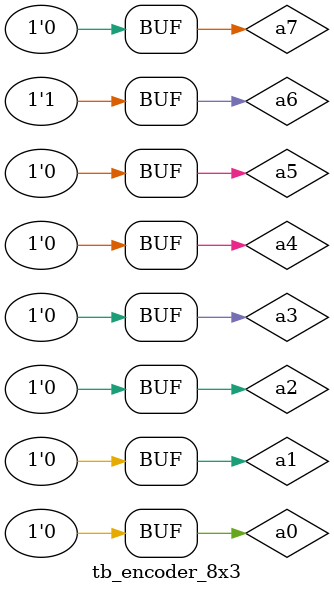
<source format=v>
module encoder_8x3 (out,a0,a1,a2,a3,a4,a5,a6,a7);
  input a0,a1,a2,a3,a4,a5,a6,a7;
  output [2:0] out;
  assign out[0]=a1|a3|a5|a7,
         out[1]=a2|a6|a3|a7,
         out[2]=a4||a5|a6|a7;

endmodule
module tb_encoder_8x3;
  // 1. Declare testbench variables
   reg a0,a1,a2,a3,a4,a5,a6,a7;
   wire [2:0]out;

  // 2. Instantiate the design and connect to testbench variables
  encoder_8x3 d1(out,a0,a1,a2,a3,a4,a5,a6,a7);
  // 3. Provide stimulus to test the design
   initial begin
      a0 <= 0;
      a1<= 0;
      a2<= 0;
      a3<=0;
      a4<=0;
      a5<=0;
      a6<=0;
      a7<=0;
   
    $monitor ("a%d is %b",out,out);

    // Use a for loop to apply random values to the input
      // for (i = 0; i < 5; i = i+1) begin
      #10 a0<=0;
          a1<=0;
          a2<=0;
          a3<=0;
          a4<=0;
          a5<=0;
          a6<=0;
          a7<=0;
      #10 a0<=0;
          a1<=1;
          a2<=0;
          a3<=0;
          a4<=0;
          a5<=0;
          a6<=0;
          a7<=0;
      #10 a0<=0;
          a1<=0;
          a2<=0;
          a3<=0;
          a4<=1;
          a5<=0;
          a6<=0;
          a7<=0;
      #10 a0<=0;
          a1<=0;
          a2<=0;
          a3<=0;
          a4<=0;
          a5<=0;
          a6<=1;
          a7<=0;


       

      // end
   end

endmodule



</source>
